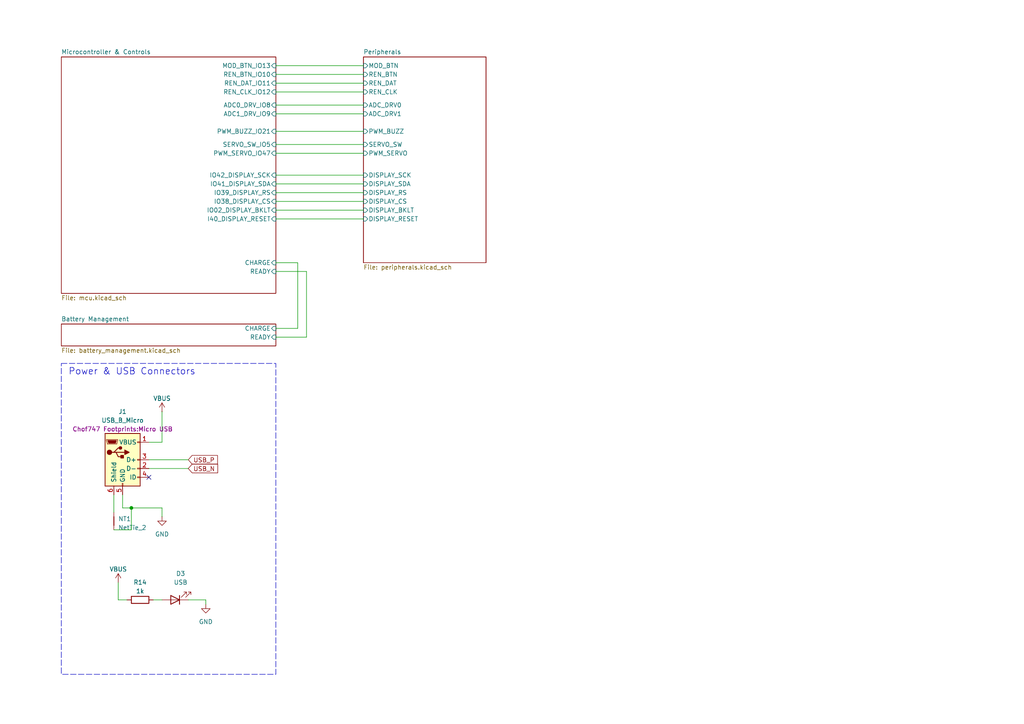
<source format=kicad_sch>
(kicad_sch (version 20231120) (generator "eeschema") (generator_version "8.0")
  (paper "A4")
  (title_block (company "chof.org"))
  (lib_symbols
    (symbol "Connector:USB_B_Micro" (pin_names (offset 1.016))
      (property "Reference" "J" (at -5.08 11.43 0))
      (property "Value" "USB_B_Micro" (at -5.08 8.89 0))
      (symbol "USB_B_Micro_0_1"
        (rectangle (start -5.08 -7.62) (end 5.08 7.62) (stroke (width 0.254)) (fill (type background)))
        (circle (center -3.81 2.159) (radius 0.635) (stroke (width 0.254)) (fill (type outline)))
        (circle (center -0.635 3.429) (radius 0.381) (stroke (width 0.254)) (fill (type outline)))
        (rectangle (start -0.127 -7.62) (end 0.127 -6.858))
        (polyline (pts (xy -1.905 2.159) (xy 0.635 2.159)) (stroke (width 0.254)))
        (polyline (pts (xy -3.175 2.159) (xy -2.54 2.159) (xy -1.27 3.429) (xy -0.635 3.429)) (stroke (width 0.254)))
        (polyline (pts (xy -2.54 2.159) (xy -1.905 2.159) (xy -1.27 0.889) (xy 0 0.889)) (stroke (width 0.254)))
        (polyline (pts (xy 0.635 2.794) (xy 0.635 1.524) (xy 1.905 2.159) (xy 0.635 2.794)) (stroke (width 0.254)) (fill (type outline)))
        (polyline (pts (xy -4.318 5.588) (xy -1.778 5.588) (xy -2.032 4.826) (xy -4.064 4.826) (xy -4.318 5.588)) (fill (type outline)))
        (polyline (pts (xy -4.699 5.842) (xy -4.699 5.588) (xy -4.445 4.826) (xy -4.445 4.572) (xy -1.651 4.572) (xy -1.651 4.826) (xy -1.397 5.588) (xy -1.397 5.842) (xy -4.699 5.842)))
        (rectangle (start 0.254 1.27) (end -0.508 0.508) (stroke (width 0.254)) (fill (type outline)))
        (rectangle (start 5.08 -5.207) (end 4.318 -4.953))
        (rectangle (start 5.08 -2.667) (end 4.318 -2.413))
        (rectangle (start 5.08 -0.127) (end 4.318 0.127))
        (rectangle (start 5.08 4.953) (end 4.318 5.207))
      )
      (symbol "USB_B_Micro_1_1"
        (pin power_out line (at 7.62 5.08 180) (length 2.54) (name "VBUS") (number "1"))
        (pin bidirectional line (at 7.62 -2.54 180) (length 2.54) (name "D-") (number "2"))
        (pin bidirectional line (at 7.62 0 180) (length 2.54) (name "D+") (number "3"))
        (pin passive line (at 7.62 -5.08 180) (length 2.54) (name "ID") (number "4"))
        (pin power_out line (at 0 -10.16 90) (length 2.54) (name "GND") (number "5"))
        (pin passive line (at -2.54 -10.16 90) (length 2.54) (name "Shield") (number "6"))
      )
    )
    (symbol "Device:LED" (pin_numbers hide) (pin_names (offset 1.016) hide)
      (property "Reference" "D" (at 0 2.54 0))
      (property "Value" "LED" (at 0 -2.54 0))
      (symbol "LED_0_1"
        (polyline (pts (xy -1.27 -1.27) (xy -1.27 1.27)) (stroke (width 0.254)))
        (polyline (pts (xy -1.27 0) (xy 1.27 0)))
        (polyline (pts (xy 1.27 -1.27) (xy 1.27 1.27) (xy -1.27 0) (xy 1.27 -1.27)) (stroke (width 0.254)))
        (polyline (pts (xy -3.048 -0.762) (xy -4.572 -2.286) (xy -3.81 -2.286) (xy -4.572 -2.286) (xy -4.572 -1.524)))
        (polyline (pts (xy -1.778 -0.762) (xy -3.302 -2.286) (xy -2.54 -2.286) (xy -3.302 -2.286) (xy -3.302 -1.524)))
      )
      (symbol "LED_1_1"
        (pin passive line (at -3.81 0 0) (length 2.54) (name "K") (number "1"))
        (pin passive line (at 3.81 0 180) (length 2.54) (name "A") (number "2"))
      )
    )
    (symbol "Device:NetTie_2" (pin_numbers hide) (pin_names (offset 0) hide) (in_bom no)
      (property "Reference" "NT" (at 0 1.27 0))
      (property "Value" "NetTie_2" (at 0 -1.27 0))
      (symbol "NetTie_2_0_1"
        (polyline (pts (xy -1.27 0) (xy 1.27 0)) (stroke (width 0.254)))
      )
      (symbol "NetTie_2_1_1"
        (pin passive line (at -2.54 0 0) (length 2.54) (name "1") (number "1"))
        (pin passive line (at 2.54 0 180) (length 2.54) (name "2") (number "2"))
      )
    )
    (symbol "Device:R" (pin_numbers hide) (pin_names (offset 0))
      (property "Reference" "R" (at 2.032 0 90))
      (property "Value" "R" (at 0 0 90))
      (symbol "R_0_1"
        (rectangle (start -1.016 -2.54) (end 1.016 2.54) (stroke (width 0.254)))
      )
      (symbol "R_1_1"
        (pin passive line (at 0 3.81 270) (length 1.27) (name "~") (number "1"))
        (pin passive line (at 0 -3.81 90) (length 1.27) (name "~") (number "2"))
      )
    )
    (symbol "power:GND" (power) (pin_numbers hide) (pin_names (offset 0) hide)
      (property "Value" "GND" (at 0 -3.81 0))
      (symbol "GND_0_1"
        (polyline (pts (xy 0 0) (xy 0 -1.27) (xy 1.27 -1.27) (xy 0 -2.54) (xy -1.27 -1.27) (xy 0 -1.27)))
      )
      (symbol "GND_1_1"
        (pin power_in line (at 0 0 270) (length 0) (name "~") (number "1"))
      )
    )
    (symbol "power:VBUS" (power) (pin_numbers hide) (pin_names (offset 0) hide)
      (property "Value" "VBUS" (at 0 3.556 0))
      (symbol "VBUS_0_1"
        (polyline (pts (xy -0.762 1.27) (xy 0 2.54)))
        (polyline (pts (xy 0 0) (xy 0 2.54)))
        (polyline (pts (xy 0 2.54) (xy 0.762 1.27)))
      )
      (symbol "VBUS_1_1"
        (pin power_in line (at 0 0 90) (length 0) (name "~") (number "1"))
      )
    )
  )
  (junction (at 38.1 147.32))
  (no_connect (at 43.18 138.43))
  (wire (pts (xy 80.01 95.25) (xy 86.36 95.25)))
  (wire (pts (xy 46.99 147.32) (xy 46.99 149.86)))
  (wire (pts (xy 80.01 55.88) (xy 105.41 55.88)))
  (wire (pts (xy 38.1 147.32) (xy 46.99 147.32)))
  (wire (pts (xy 46.99 128.27) (xy 43.18 128.27)))
  (wire (pts (xy 80.01 26.67) (xy 105.41 26.67)))
  (wire (pts (xy 80.01 41.91) (xy 105.41 41.91)))
  (wire (pts (xy 80.01 30.48) (xy 105.41 30.48)))
  (wire (pts (xy 80.01 60.96) (xy 105.41 60.96)))
  (wire (pts (xy 44.45 173.99) (xy 46.99 173.99)))
  (wire (pts (xy 33.02 143.51) (xy 33.02 148.59)))
  (wire (pts (xy 80.01 44.45) (xy 105.41 44.45)))
  (wire (pts (xy 38.1 153.67) (xy 38.1 147.32)))
  (wire (pts (xy 34.29 168.91) (xy 34.29 173.99)))
  (wire (pts (xy 80.01 21.59) (xy 105.41 21.59)))
  (wire (pts (xy 86.36 76.2) (xy 80.01 76.2)))
  (wire (pts (xy 43.18 135.89) (xy 54.61 135.89)))
  (wire (pts (xy 35.56 143.51) (xy 35.56 147.32)))
  (wire (pts (xy 46.99 119.38) (xy 46.99 128.27)))
  (wire (pts (xy 80.01 50.8) (xy 105.41 50.8)))
  (wire (pts (xy 88.9 97.79) (xy 80.01 97.79)))
  (wire (pts (xy 88.9 78.74) (xy 88.9 97.79)))
  (wire (pts (xy 34.29 173.99) (xy 36.83 173.99)))
  (wire (pts (xy 35.56 147.32) (xy 38.1 147.32)))
  (wire (pts (xy 80.01 53.34) (xy 105.41 53.34)))
  (wire (pts (xy 80.01 58.42) (xy 105.41 58.42)))
  (wire (pts (xy 80.01 63.5) (xy 105.41 63.5)))
  (wire (pts (xy 86.36 95.25) (xy 86.36 76.2)))
  (wire (pts (xy 80.01 78.74) (xy 88.9 78.74)))
  (wire (pts (xy 80.01 19.05) (xy 105.41 19.05)))
  (wire (pts (xy 33.02 153.67) (xy 38.1 153.67)))
  (wire (pts (xy 80.01 33.02) (xy 105.41 33.02)))
  (wire (pts (xy 80.01 24.13) (xy 105.41 24.13)))
  (wire (pts (xy 54.61 173.99) (xy 59.69 173.99)))
  (wire (pts (xy 59.69 173.99) (xy 59.69 175.26)))
  (wire (pts (xy 80.01 38.1) (xy 105.41 38.1)))
  (wire (pts (xy 43.18 133.35) (xy 54.61 133.35)))
  (rectangle (start 17.78 105.41) (end 80.01 195.58) (stroke (width 0) (type dash)))
  (text "Power & USB Connectors" (at 19.812 108.966 0) (effects (font (size 1.905 1.905)) (justify left bottom)))
  (global_label "USB_N" (shape input) (at 54.61 135.89 0) (property "Intersheetrefs" "${INTERSHEET_REFS}" (effects (hide yes))))
  (global_label "USB_P" (shape input) (at 54.61 133.35 0) (property "Intersheetrefs" "${INTERSHEET_REFS}" (effects (hide yes))))
  (symbol (lib_id "Connector:USB_B_Micro") (at 35.56 133.35 0) (unit 1)
    (property "Reference" "J1" (at 35.56 119.38 0))
    (property "Value" "USB_B_Micro" (at 35.56 121.92 0))
    (property "Footprint" "Chof747 Footprints:Micro USB" (at 35.56 124.46 0))
    (property "Description" "USB Micro Type B connector" (effects (hide yes)))
  )
  (symbol (lib_id "Device:R") (at 40.64 173.99 90) (unit 1)
    (property "Reference" "R14" (at 40.64 168.91 90))
    (property "Value" "1k" (at 40.64 171.45 90))
    (property "Footprint" "Resistor_SMD:R_0603_1608Metric_Pad0.98x0.95mm_HandSolder" (effects (hide yes)))
  )
  (symbol (lib_id "Device:NetTie_2") (at 33.02 151.13 90) (unit 1) (in_bom no)
    (property "Reference" "NT1" (at 34.29 150.495 90) (effects (justify right)))
    (property "Value" "NetTie_2" (at 34.29 153.035 90) (effects (justify right)))
    (property "Footprint" "NetTie:NetTie-2_SMD_Pad0.5mm" (effects (hide yes)))
  )
  (symbol (lib_id "power:VBUS") (at 46.99 119.38 0) (unit 1)
    (property "Reference" "#PWR01" (effects (hide yes)))
    (property "Value" "VBUS" (at 46.99 115.57 0))
    (property "Description" "Power symbol creates a global label with name \"VBUS\"" (effects (hide yes)))
  )
  (symbol (lib_id "power:GND") (at 46.99 149.86 0) (unit 1)
    (property "Reference" "#PWR02" (effects (hide yes)))
    (property "Value" "GND" (at 46.99 154.94 0))
    (property "Description" "Power symbol creates a global label with name \"GND\" , ground" (effects (hide yes)))
  )
  (symbol (lib_id "Device:LED") (at 50.8 173.99 180) (unit 1)
    (property "Reference" "D3" (at 52.3875 166.37 0))
    (property "Value" "USB" (at 52.3875 168.91 0))
    (property "Footprint" "LED_THT:LED_D3.0mm" (effects (hide yes)))
  )
  (symbol (lib_id "power:VBUS") (at 34.29 168.91 0) (unit 1)
    (property "Reference" "#PWR019" (effects (hide yes)))
    (property "Value" "VBUS" (at 34.29 165.1 0))
    (property "Description" "Power symbol creates a global label with name \"VBUS\"" (effects (hide yes)))
  )
  (symbol (lib_id "power:GND") (at 59.69 175.26 0) (unit 1)
    (property "Reference" "#PWR020" (effects (hide yes)))
    (property "Value" "GND" (at 59.69 180.34 0))
    (property "Description" "Power symbol creates a global label with name \"GND\" , ground" (effects (hide yes)))
  )
  (sheet (at 17.78 16.51) (size 62.23 68.58) (stroke (width 0.1524))
    (property "Sheetname" "Microcontroller & Controls" (at 17.78 15.7984 0) (effects (justify left bottom)))
    (property "Sheetfile" "mcu.kicad_sch" (at 17.78 85.6746 0) (effects (justify left top)))
    (pin "READY" input (at 80.01 78.74 0))
    (pin "CHARGE" input (at 80.01 76.2 0))
    (pin "SERVO_SW_IO5" input (at 80.01 41.91 0))
    (pin "REN_CLK_IO12" input (at 80.01 26.67 0))
    (pin "REN_DAT_IO11" input (at 80.01 24.13 0))
    (pin "PWM_BUZZ_IO21" input (at 80.01 38.1 0))
    (pin "REN_BTN_IO10" input (at 80.01 21.59 0))
    (pin "MOD_BTN_IO13" input (at 80.01 19.05 0))
    (pin "PWM_SERVO_IO47" input (at 80.01 44.45 0))
    (pin "ADC1_DRV_IO9" input (at 80.01 33.02 0))
    (pin "ADC0_DRV_IO8" input (at 80.01 30.48 0))
    (pin "I40_DISPLAY_RESET" input (at 80.01 63.5 0))
    (pin "IO41_DISPLAY_SDA" input (at 80.01 53.34 0))
    (pin "IO39_DISPLAY_RS" input (at 80.01 55.88 0))
    (pin "IO38_DISPLAY_CS" input (at 80.01 58.42 0))
    (pin "IO42_DISPLAY_SCK" input (at 80.01 50.8 0))
    (pin "IO02_DISPLAY_BKLT" input (at 80.01 60.96 0))
  )
  (sheet (at 105.41 16.51) (size 35.56 59.69) (stroke (width 0.1524))
    (property "Sheetname" "Peripherals" (at 105.41 15.7984 0) (effects (justify left bottom)))
    (property "Sheetfile" "peripherals.kicad_sch" (at 105.41 76.7846 0) (effects (justify left top)))
    (pin "MOD_BTN" input (at 105.41 19.05 180))
    (pin "ADC_DRV1" input (at 105.41 33.02 180))
    (pin "ADC_DRV0" input (at 105.41 30.48 180))
    (pin "SERVO_SW" input (at 105.41 41.91 180))
    (pin "DISPLAY_BKLT" input (at 105.41 60.96 180))
    (pin "DISPLAY_CS" input (at 105.41 58.42 180))
    (pin "DISPLAY_SDA" input (at 105.41 53.34 180))
    (pin "DISPLAY_RESET" input (at 105.41 63.5 180))
    (pin "DISPLAY_RS" input (at 105.41 55.88 180))
    (pin "REN_DAT" input (at 105.41 24.13 180))
    (pin "REN_BTN" input (at 105.41 21.59 180))
    (pin "REN_CLK" input (at 105.41 26.67 180))
    (pin "DISPLAY_SCK" input (at 105.41 50.8 180))
    (pin "PWM_SERVO" input (at 105.41 44.45 180))
    (pin "PWM_BUZZ" input (at 105.41 38.1 180))
  )
  (sheet (at 17.78 93.98) (size 62.23 6.35) (stroke (width 0.1524))
    (property "Sheetname" "Battery Management" (at 17.78 93.2684 0) (effects (justify left bottom)))
    (property "Sheetfile" "battery_management.kicad_sch" (at 17.78 100.9146 0) (effects (justify left top)))
    (pin "CHARGE" input (at 80.01 95.25 0))
    (pin "READY" input (at 80.01 97.79 0))
  )
)
</source>
